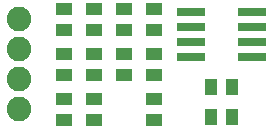
<source format=gts>
G75*
%MOIN*%
%OFA0B0*%
%FSLAX25Y25*%
%IPPOS*%
%LPD*%
%AMOC8*
5,1,8,0,0,1.08239X$1,22.5*
%
%ADD10R,0.03950X0.05524*%
%ADD11R,0.05524X0.03950*%
%ADD12C,0.08200*%
%ADD13R,0.09461X0.03162*%
D10*
X0075757Y0011500D03*
X0082843Y0011500D03*
X0082843Y0021500D03*
X0075757Y0021500D03*
D11*
X0056800Y0017543D03*
X0056800Y0010457D03*
X0036800Y0010457D03*
X0026800Y0010457D03*
X0026800Y0017543D03*
X0036800Y0017543D03*
X0036800Y0025457D03*
X0026800Y0025457D03*
X0026800Y0032543D03*
X0036800Y0032543D03*
X0046800Y0032543D03*
X0056800Y0032543D03*
X0056800Y0025457D03*
X0046800Y0025457D03*
X0046800Y0040457D03*
X0056800Y0040457D03*
X0056800Y0047543D03*
X0046800Y0047543D03*
X0036800Y0047543D03*
X0026800Y0047543D03*
X0026800Y0040457D03*
X0036800Y0040457D03*
D12*
X0011800Y0014000D03*
X0011800Y0024000D03*
X0011800Y0034000D03*
X0011800Y0044000D03*
D13*
X0069064Y0041500D03*
X0069064Y0036500D03*
X0069064Y0031500D03*
X0089536Y0031500D03*
X0089536Y0036500D03*
X0089536Y0041500D03*
X0089536Y0046500D03*
X0069064Y0046500D03*
M02*

</source>
